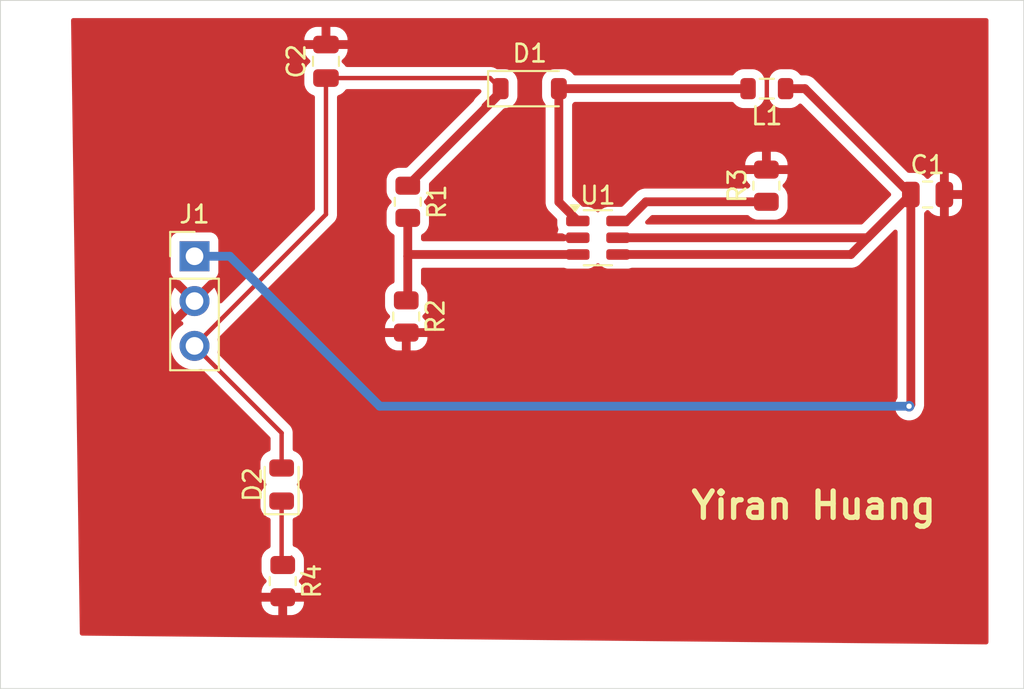
<source format=kicad_pcb>
(kicad_pcb (version 20241229) (generator "pcbnew") (generator_version "9.0")
  (layers (0 "F.Cu" signal) (2 "B.Cu" signal) (13 "F.Paste" user) (15 "B.Paste" user) (5 "F.SilkS" user "F.Silkscreen") (7 "B.SilkS" user "B.Silkscreen") (1 "F.Mask" user) (3 "B.Mask" user) (25 "Edge.Cuts" user))
  (net 0 "")
  (net 1 "VCC")
  (net 2 "GND")
  (net 3 "+5V")
  (net 4 "Net-(D1-A)")
  (net 5 "Net-(D2-K)")
  (net 6 "Net-(U1-FB)")
  (net 7 "Net-(U1-OC)")
  (footprint "Inductor_SMD:L_0805_2012Metric" (layer "F.Cu") (at 142.9375 67 180)
    (property "Reference" "L1" (at 0 -1.55 0) (layer "F.SilkS"))
    (property "Value" "4.7uH")
    (fp_line (start -0.399622 0.56) (end 0.399622 0.56) (stroke (width 0.12)) (layer "F.SilkS"))
    (fp_line (start -0.399622 -0.56) (end 0.399622 -0.56) (stroke (width 0.12)) (layer "F.SilkS"))
    (pad "1" smd roundrect (at -1.0625 0 180) (size 0.875 1.2) (layers "F.Cu" "F.Mask" "F.Paste") (net 1 "VCC"))
    (pad "2" smd roundrect (at 1.0625 0 180) (size 0.875 1.2) (layers "F.Cu" "F.Mask" "F.Paste") (net 4 "Net-(D1-A)"))
  )
  (footprint "Resistor_SMD:R_0805_2012Metric" (layer "F.Cu") (at 142.9125 72.5 90)
    (property "Reference" "R3" (at 0 -1.65 90) (layer "F.SilkS"))
    (property "Value" "20K")
    (fp_line (start -0.227064 -0.735) (end 0.227064 -0.735) (stroke (width 0.12)) (layer "F.SilkS"))
    (fp_line (start -0.227064 0.735) (end 0.227064 0.735) (stroke (width 0.12)) (layer "F.SilkS"))
    (pad "1" smd roundrect (at -0.9125 0 90) (size 1.025 1.4) (layers "F.Cu" "F.Mask" "F.Paste") (roundrect_rratio 0.243902) (net 7 "Net-(U1-OC)"))
    (pad "2" smd roundrect (at 0.9125 0 90) (size 1.025 1.4) (layers "F.Cu" "F.Mask" "F.Paste") (roundrect_rratio 0.243902) (net 2 "GND"))
  )
  (footprint "LED_SMD:LED_0805_2012Metric" (layer "F.Cu") (at 115.4375 89.4375 90)
    (property "Reference" "D2" (at 0 -1.65 90) (layer "F.SilkS"))
    (property "Value" "RED")
    (fp_line (start 1 -0.96) (end -1.685 -0.96) (stroke (width 0.12)) (layer "F.SilkS"))
    (fp_line (start -1.685 -0.96) (end -1.685 0.96) (stroke (width 0.12)) (layer "F.SilkS"))
    (fp_line (start -1.685 0.96) (end 1 0.96) (stroke (width 0.12)) (layer "F.SilkS"))
    (pad "1" smd roundrect (at -0.9375 0 90) (size 0.975 1.4) (layers "F.Cu" "F.Mask" "F.Paste") (net 5 "Net-(D2-K)"))
    (pad "2" smd roundrect (at 0.9375 0 90) (size 0.975 1.4) (layers "F.Cu" "F.Mask" "F.Paste") (net 3 "+5V"))
  )
  (footprint "Connector_PinHeader_2.54mm:PinHeader_1x03_P2.54mm_Vertical" (layer "F.Cu") (at 110.5 76.5)
    (property "Reference" "J1" (at 0 -2.38 0) (layer "F.SilkS"))
    (property "Value" "Conn_01x03_Pin")
    (fp_line (start -1.38 -1.38) (end 0 -1.38) (stroke (width 0.12)) (layer "F.SilkS"))
    (fp_line (start -1.38 0) (end -1.38 -1.38) (stroke (width 0.12)) (layer "F.SilkS"))
    (fp_line (start -1.38 1.27) (end -1.38 6.46) (stroke (width 0.12)) (layer "F.SilkS"))
    (fp_line (start -1.38 1.27) (end 1.38 1.27) (stroke (width 0.12)) (layer "F.SilkS"))
    (fp_line (start -1.38 6.46) (end 1.38 6.46) (stroke (width 0.12)) (layer "F.SilkS"))
    (fp_line (start 1.38 1.27) (end 1.38 6.46) (stroke (width 0.12)) (layer "F.SilkS"))
    (pad "1" thru_hole rect (at 0 0) (size 1.7 1.7) (drill 1) (layers "*.Cu" "*.Mask") (net 1 "VCC"))
    (pad "2" thru_hole circle (at 0 2.54) (size 1.7 1.7) (drill 1) (layers "*.Cu" "*.Mask") (net 2 "GND"))
    (pad "3" thru_hole circle (at 0 5.08) (size 1.7 1.7) (drill 1) (layers "*.Cu" "*.Mask") (net 3 "+5V"))
  )
  (footprint "Diode_SMD:D_SOD-123" (layer "F.Cu") (at 129.5 67)
    (property "Reference" "D1" (at 0 -2 0) (layer "F.SilkS"))
    (property "Value" "D_Schottky")
    (fp_line (start -2.36 -1) (end -2.36 1) (stroke (width 0.12)) (layer "F.SilkS"))
    (fp_line (start -2.36 -1) (end 1.65 -1) (stroke (width 0.12)) (layer "F.SilkS"))
    (fp_line (start -2.36 1) (end 1.65 1) (stroke (width 0.12)) (layer "F.SilkS"))
    (pad "1" smd roundrect (at -1.65 0) (size 0.9 1.2) (layers "F.Cu" "F.Mask" "F.Paste") (net 3 "+5V"))
    (pad "2" smd roundrect (at 1.65 0) (size 0.9 1.2) (layers "F.Cu" "F.Mask" "F.Paste") (net 4 "Net-(D1-A)"))
  )
  (footprint "Resistor_SMD:R_0805_2012Metric" (layer "F.Cu") (at 115.5 94.9125 -90)
    (property "Reference" "R4" (at 0 -1.65 90) (layer "F.SilkS"))
    (property "Value" "1K")
    (fp_line (start -0.227064 0.735) (end 0.227064 0.735) (stroke (width 0.12)) (layer "F.SilkS"))
    (fp_line (start -0.227064 -0.735) (end 0.227064 -0.735) (stroke (width 0.12)) (layer "F.SilkS"))
    (pad "1" smd roundrect (at -0.9125 0 270) (size 1.025 1.4) (layers "F.Cu" "F.Mask" "F.Paste") (roundrect_rratio 0.243902) (net 5 "Net-(D2-K)"))
    (pad "2" smd roundrect (at 0.9125 0 270) (size 1.025 1.4) (layers "F.Cu" "F.Mask" "F.Paste") (roundrect_rratio 0.243902) (net 2 "GND"))
  )
  (footprint "Package_TO_SOT_SMD:SOT-23-6" (layer "F.Cu") (at 133.3625 75.45)
    (property "Reference" "U1" (at 0 -2.4 0) (layer "F.SilkS"))
    (property "Value" "MT3608L")
    (fp_line (start 0 -1.56) (end -0.8 -1.56) (stroke (width 0.12)) (layer "F.SilkS"))
    (fp_line (start 0 -1.56) (end 0.8 -1.56) (stroke (width 0.12)) (layer "F.SilkS"))
    (fp_line (start 0 1.56) (end -0.8 1.56) (stroke (width 0.12)) (layer "F.SilkS"))
    (fp_line (start 0 1.56) (end 0.8 1.56) (stroke (width 0.12)) (layer "F.SilkS"))
    (fp_poly (pts (xy -1.3 -1.51) (xy -1.54 -1.84) (xy -1.06 -1.84)) (stroke (width 0.12)) (fill yes) (layer "F.SilkS"))
    (pad "1" smd roundrect (at -1.1375 -0.95) (size 1.325 0.6) (layers "F.Cu" "F.Mask" "F.Paste") (net 4 "Net-(D1-A)"))
    (pad "2" smd roundrect (at -1.1375 0) (size 1.325 0.6) (layers "F.Cu" "F.Mask" "F.Paste") (net 2 "GND"))
    (pad "3" smd roundrect (at -1.1375 0.95) (size 1.325 0.6) (layers "F.Cu" "F.Mask" "F.Paste") (net 6 "Net-(U1-FB)"))
    (pad "4" smd roundrect (at 1.1375 0.95) (size 1.325 0.6) (layers "F.Cu" "F.Mask" "F.Paste") (net 1 "VCC"))
    (pad "5" smd roundrect (at 1.1375 0) (size 1.325 0.6) (layers "F.Cu" "F.Mask" "F.Paste") (net 1 "VCC"))
    (pad "6" smd roundrect (at 1.1375 -0.95) (size 1.325 0.6) (layers "F.Cu" "F.Mask" "F.Paste") (net 7 "Net-(U1-OC)"))
  )
  (footprint "Resistor_SMD:R_0805_2012Metric" (layer "F.Cu") (at 122.5 79.9125 -90)
    (property "Reference" "R2" (at 0 -1.65 90) (layer "F.SilkS"))
    (property "Value" "15K 1%")
    (fp_line (start -0.227064 0.735) (end 0.227064 0.735) (stroke (width 0.12)) (layer "F.SilkS"))
    (fp_line (start -0.227064 -0.735) (end 0.227064 -0.735) (stroke (width 0.12)) (layer "F.SilkS"))
    (pad "1" smd roundrect (at -0.9125 0 270) (size 1.025 1.4) (layers "F.Cu" "F.Mask" "F.Paste") (roundrect_rratio 0.243902) (net 6 "Net-(U1-FB)"))
    (pad "2" smd roundrect (at 0.9125 0 270) (size 1.025 1.4) (layers "F.Cu" "F.Mask" "F.Paste") (roundrect_rratio 0.243902) (net 2 "GND"))
  )
  (footprint "Capacitor_SMD:C_0805_2012Metric" (layer "F.Cu") (at 117.95 65.45 90)
    (property "Reference" "C2" (at 0 -1.68 90) (layer "F.SilkS"))
    (property "Value" "22uF")
    (fp_line (start -0.261252 -0.735) (end 0.261252 -0.735) (stroke (width 0.12)) (layer "F.SilkS"))
    (fp_line (start -0.261252 0.735) (end 0.261252 0.735) (stroke (width 0.12)) (layer "F.SilkS"))
    (pad "1" smd roundrect (at -0.95 0 90) (size 1 1.45) (layers "F.Cu" "F.Mask" "F.Paste") (net 3 "+5V"))
    (pad "2" smd roundrect (at 0.95 0 90) (size 1 1.45) (layers "F.Cu" "F.Mask" "F.Paste") (net 2 "GND"))
  )
  (footprint "Capacitor_SMD:C_0805_2012Metric" (layer "F.Cu") (at 152.05 73)
    (property "Reference" "C1" (at 0 -1.68 0) (layer "F.SilkS"))
    (property "Value" "22uF")
    (fp_line (start -0.261252 -0.735) (end 0.261252 -0.735) (stroke (width 0.12)) (layer "F.SilkS"))
    (fp_line (start -0.261252 0.735) (end 0.261252 0.735) (stroke (width 0.12)) (layer "F.SilkS"))
    (pad "1" smd roundrect (at -0.95 0) (size 1 1.45) (layers "F.Cu" "F.Mask" "F.Paste") (net 1 "VCC"))
    (pad "2" smd roundrect (at 0.95 0) (size 1 1.45) (layers "F.Cu" "F.Mask" "F.Paste") (net 2 "GND"))
  )
  (footprint "Resistor_SMD:R_0805_2012Metric" (layer "F.Cu") (at 122.5875 73.4125 -90)
    (property "Reference" "R1" (at 0 -1.65 90) (layer "F.SilkS"))
    (property "Value" "110K 1%")
    (fp_line (start -0.227064 0.735) (end 0.227064 0.735) (stroke (width 0.12)) (layer "F.SilkS"))
    (fp_line (start -0.227064 -0.735) (end 0.227064 -0.735) (stroke (width 0.12)) (layer "F.SilkS"))
    (pad "1" smd roundrect (at -0.9125 0 270) (size 1.025 1.4) (layers "F.Cu" "F.Mask" "F.Paste") (roundrect_rratio 0.243902) (net 3 "+5V"))
    (pad "2" smd roundrect (at 0.9125 0 270) (size 1.025 1.4) (layers "F.Cu" "F.Mask" "F.Paste") (roundrect_rratio 0.243902) (net 6 "Net-(U1-FB)"))
  )
  (gr_line (start 157.5 62) (end 99.5 62) (stroke (width 0.05)) (layer "Edge.Cuts"))
  (gr_line (start 99.5 62) (end 99.5 101) (stroke (width 0.05)) (layer "Edge.Cuts"))
  (gr_line (start 99.5 101) (end 157.5 101) (stroke (width 0.05)) (layer "Edge.Cuts"))
  (gr_line (start 157.5 101) (end 157.5 62) (stroke (width 0.05)) (layer "Edge.Cuts"))
  (gr_text "Yiran Huang" (at 138.5 91.5 0) (layer "F.SilkS") (effects (font (size 1.5 1.5) (thickness 0.3) (bold yes)) (justify left bottom)))
  (segment (start 134.5 75.45) (end 148.65 75.45) (width 0.5) (layer "F.Cu") (net 1))
  (segment (start 147.7 76.4) (end 151.1 73) (width 0.5) (layer "F.Cu") (net 1))
  (segment (start 134.5 76.4) (end 147.7 76.4) (width 0.5) (layer "F.Cu") (net 1))
  (segment (start 151.1 84.9) (end 151 85) (width 0.5) (layer "F.Cu") (net 1))
  (segment (start 148.65 75.45) (end 151.1 73) (width 0.5) (layer "F.Cu") (net 1))
  (segment (start 145.1 67) (end 151.1 73) (width 0.5) (layer "F.Cu") (net 1))
  (segment (start 144 67) (end 145.1 67) (width 0.5) (layer "F.Cu") (net 1))
  (segment (start 151.1 73) (end 151.1 84.9) (width 0.5) (layer "F.Cu") (net 1))
  (via (at 110.5 76.5) (size 0.6) (drill 0.3) (layers "F.Cu" "B.Cu") (net 1))
  (via (at 151 85) (size 0.6) (drill 0.3) (layers "F.Cu" "B.Cu") (net 1))
  (segment (start 121 85) (end 112.5 76.5) (width 0.5) (layer "B.Cu") (net 1))
  (segment (start 151 85) (end 121 85) (width 0.5) (layer "B.Cu") (net 1))
  (segment (start 112.5 76.5) (end 110.5 76.5) (width 0.5) (layer "B.Cu") (net 1))
  (segment (start 110.5 81.58) (end 117.95 74.13) (width 0.25) (layer "F.Cu") (net 3))
  (segment (start 115.4375 86.5175) (end 115.4375 88.5) (width 0.25) (layer "F.Cu") (net 3))
  (segment (start 127.85 67.2375) (end 127.85 67) (width 0.5) (layer "F.Cu") (net 3))
  (segment (start 110.5 81.58) (end 115.4375 86.5175) (width 0.25) (layer "F.Cu") (net 3))
  (segment (start 117.95 74.13) (end 117.95 66.4) (width 0.25) (layer "F.Cu") (net 3))
  (segment (start 126.9 67.95) (end 127.85 67) (width 0.25) (layer "F.Cu") (net 3))
  (segment (start 117.95 66.4) (end 127.25 66.4) (width 0.25) (layer "F.Cu") (net 3))
  (segment (start 122.5875 72.5) (end 127.85 67.2375) (width 0.5) (layer "F.Cu") (net 3))
  (segment (start 127.25 66.4) (end 127.85 67) (width 0.25) (layer "F.Cu") (net 3))
  (segment (start 131.15 67) (end 141.875 67) (width 0.5) (layer "F.Cu") (net 4))
  (segment (start 131.15 73.425) (end 132.225 74.5) (width 0.5) (layer "F.Cu") (net 4))
  (segment (start 131.15 67) (end 131.15 73.425) (width 0.5) (layer "F.Cu") (net 4))
  (segment (start 115.4375 90.375) (end 115.4375 93.9375) (width 0.25) (layer "F.Cu") (net 5))
  (segment (start 115.5 94) (end 116 93.5) (width 0.1) (layer "F.Cu") (net 5))
  (segment (start 115.4375 93.9375) (end 115.5 94) (width 0.25) (layer "F.Cu") (net 5))
  (segment (start 122.5875 78.9125) (end 122.5 79) (width 0.5) (layer "F.Cu") (net 6))
  (segment (start 122.5875 74.325) (end 122.5875 76.5) (width 0.5) (layer "F.Cu") (net 6))
  (segment (start 122.6875 76.4) (end 122.5875 76.5) (width 0.5) (layer "F.Cu") (net 6))
  (segment (start 132.225 76.4) (end 122.6875 76.4) (width 0.5) (layer "F.Cu") (net 6))
  (segment (start 122.5875 76.5) (end 122.5875 78.9125) (width 0.5) (layer "F.Cu") (net 6))
  (segment (start 136.0875 73.4125) (end 142.9125 73.4125) (width 0.5) (layer "F.Cu") (net 7))
  (segment (start 134.5 74.5) (end 135 74.5) (width 0.5) (layer "F.Cu") (net 7))
  (segment (start 135 74.5) (end 136.0875 73.4125) (width 0.5) (layer "F.Cu") (net 7))
  (zone (net 2) (net_name "GND") (layer "F.Cu") (connect_pads (clearance 0.5)) (min_thickness 0.25) (fill yes (thermal_gap 0.5) (thermal_bridge_width 0.5))
    (polygon (pts (xy 103.5 63) (xy 155.5 63) (xy 155.5 98.5) (xy 104 98)))
  )
)
</source>
